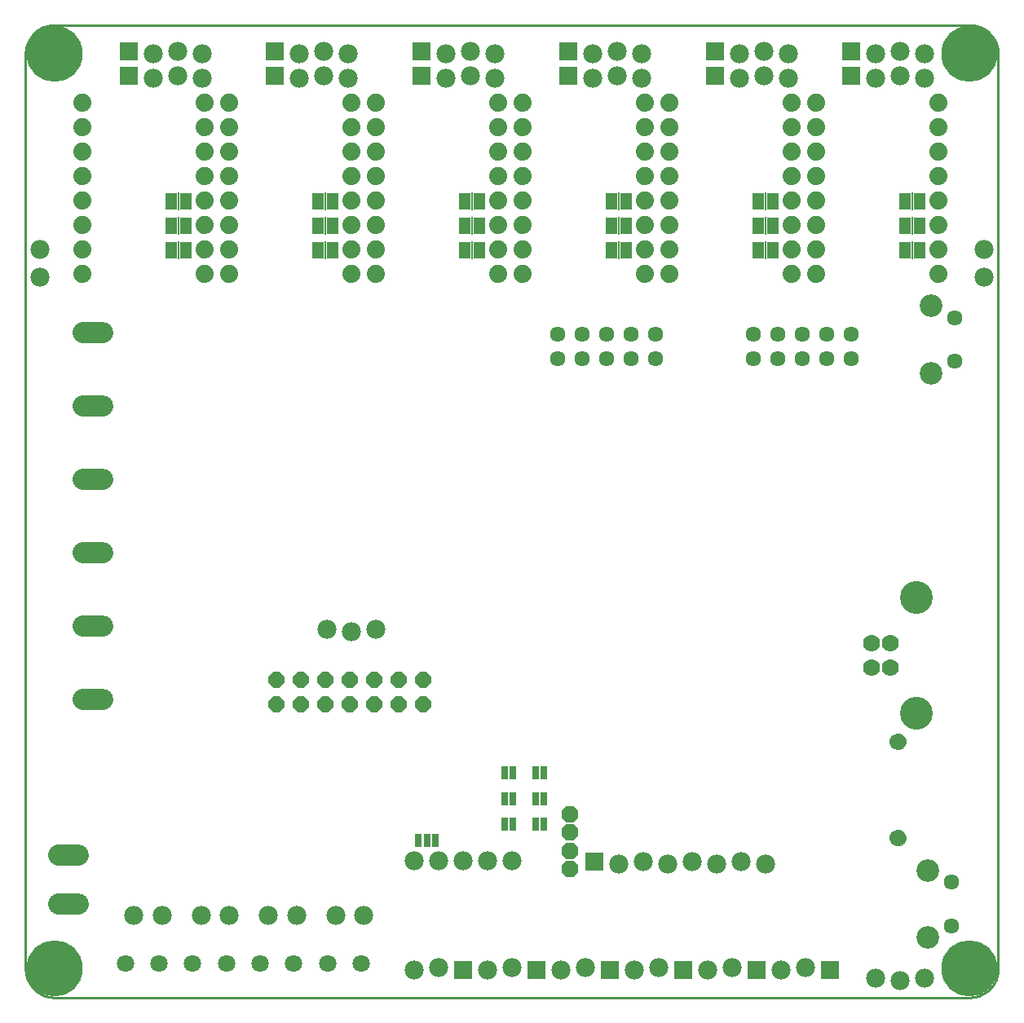
<source format=gbs>
G75*
G70*
%OFA0B0*%
%FSLAX24Y24*%
%IPPOS*%
%LPD*%
%AMOC8*
5,1,8,0,0,1.08239X$1,22.5*
%
%ADD10C,0.0100*%
%ADD11C,0.0700*%
%ADD12C,0.1340*%
%ADD13R,0.0290X0.0540*%
%ADD14C,0.0634*%
%ADD15C,0.0926*%
%ADD16C,0.0780*%
%ADD17C,0.0000*%
%ADD18C,0.0670*%
%ADD19R,0.0780X0.0780*%
%ADD20C,0.0740*%
%ADD21R,0.0500X0.0670*%
%ADD22R,0.0060X0.0720*%
%ADD23C,0.0865*%
%ADD24OC8,0.0640*%
%ADD25OC8,0.0670*%
%ADD26C,0.0709*%
%ADD27C,0.2290*%
D10*
X002330Y001759D02*
X002330Y039160D01*
X002332Y039226D01*
X002337Y039292D01*
X002347Y039358D01*
X002360Y039423D01*
X002376Y039487D01*
X002396Y039550D01*
X002420Y039612D01*
X002447Y039672D01*
X002477Y039731D01*
X002511Y039788D01*
X002548Y039843D01*
X002588Y039896D01*
X002630Y039947D01*
X002676Y039995D01*
X002724Y040041D01*
X002775Y040083D01*
X002828Y040123D01*
X002883Y040160D01*
X002940Y040194D01*
X002999Y040224D01*
X003059Y040251D01*
X003121Y040275D01*
X003184Y040295D01*
X003248Y040311D01*
X003313Y040324D01*
X003379Y040334D01*
X003445Y040339D01*
X003511Y040341D01*
X040913Y040341D01*
X040979Y040339D01*
X041045Y040334D01*
X041111Y040324D01*
X041176Y040311D01*
X041240Y040295D01*
X041303Y040275D01*
X041365Y040251D01*
X041425Y040224D01*
X041484Y040194D01*
X041541Y040160D01*
X041596Y040123D01*
X041649Y040083D01*
X041700Y040041D01*
X041748Y039995D01*
X041794Y039947D01*
X041836Y039896D01*
X041876Y039843D01*
X041913Y039788D01*
X041947Y039731D01*
X041977Y039672D01*
X042004Y039612D01*
X042028Y039550D01*
X042048Y039487D01*
X042064Y039423D01*
X042077Y039358D01*
X042087Y039292D01*
X042092Y039226D01*
X042094Y039160D01*
X042094Y001759D01*
X042092Y001693D01*
X042087Y001627D01*
X042077Y001561D01*
X042064Y001496D01*
X042048Y001432D01*
X042028Y001369D01*
X042004Y001307D01*
X041977Y001247D01*
X041947Y001188D01*
X041913Y001131D01*
X041876Y001076D01*
X041836Y001023D01*
X041794Y000972D01*
X041748Y000924D01*
X041700Y000878D01*
X041649Y000836D01*
X041596Y000796D01*
X041541Y000759D01*
X041484Y000725D01*
X041425Y000695D01*
X041365Y000668D01*
X041303Y000644D01*
X041240Y000624D01*
X041176Y000608D01*
X041111Y000595D01*
X041045Y000585D01*
X040979Y000580D01*
X040913Y000578D01*
X003511Y000578D01*
X003445Y000580D01*
X003379Y000585D01*
X003313Y000595D01*
X003248Y000608D01*
X003184Y000624D01*
X003121Y000644D01*
X003059Y000668D01*
X002999Y000695D01*
X002940Y000725D01*
X002883Y000759D01*
X002828Y000796D01*
X002775Y000836D01*
X002724Y000878D01*
X002676Y000924D01*
X002630Y000972D01*
X002588Y001023D01*
X002548Y001076D01*
X002511Y001131D01*
X002477Y001188D01*
X002447Y001247D01*
X002420Y001307D01*
X002396Y001369D01*
X002376Y001432D01*
X002360Y001496D01*
X002347Y001561D01*
X002337Y001627D01*
X002332Y001693D01*
X002330Y001759D01*
D11*
X036913Y014079D03*
X037693Y014079D03*
X037693Y015063D03*
X036913Y015063D03*
D12*
X038763Y016941D03*
X038763Y012201D03*
D13*
X023508Y009776D03*
X023184Y009776D03*
X022248Y009776D03*
X021924Y009776D03*
X021924Y008713D03*
X022248Y008713D03*
X023184Y008713D03*
X023508Y008713D03*
X023508Y007650D03*
X023184Y007650D03*
X022248Y007650D03*
X021924Y007650D03*
X019093Y006997D03*
X018743Y006997D03*
X018393Y006997D03*
D14*
X024080Y026703D03*
X024080Y027703D03*
X025080Y027703D03*
X026080Y027703D03*
X026080Y026703D03*
X025080Y026703D03*
X027080Y026703D03*
X027080Y027703D03*
X028080Y027703D03*
X028080Y026703D03*
X032080Y026703D03*
X032080Y027703D03*
X033080Y027703D03*
X034080Y027703D03*
X034080Y026703D03*
X033080Y026703D03*
X035080Y026703D03*
X035080Y027703D03*
X036080Y027703D03*
X036080Y026703D03*
X040322Y026593D03*
X040322Y028364D03*
X040197Y005286D03*
X040197Y003514D03*
D15*
X039213Y003022D03*
X039213Y005778D03*
X039338Y026101D03*
X039338Y028857D03*
D16*
X041518Y030039D03*
X041518Y031179D03*
X039080Y038153D03*
X039080Y039153D03*
X038080Y039253D03*
X037080Y039153D03*
X037080Y038153D03*
X038080Y038253D03*
X033518Y038153D03*
X032518Y038253D03*
X031518Y038153D03*
X031518Y039153D03*
X032518Y039253D03*
X033518Y039153D03*
X027518Y039153D03*
X026518Y039253D03*
X025518Y039153D03*
X025518Y038153D03*
X026518Y038253D03*
X027518Y038153D03*
X021518Y038153D03*
X020518Y038253D03*
X020518Y039253D03*
X021518Y039153D03*
X019518Y039153D03*
X019518Y038153D03*
X015518Y038153D03*
X014518Y038253D03*
X013518Y038153D03*
X013518Y039153D03*
X014518Y039253D03*
X015518Y039153D03*
X009536Y039153D03*
X008536Y039253D03*
X008536Y038253D03*
X009536Y038153D03*
X007536Y038153D03*
X007536Y039153D03*
X002924Y031179D03*
X002924Y030039D03*
X014643Y015628D03*
X015643Y015528D03*
X016643Y015628D03*
X018208Y006150D03*
X019208Y006150D03*
X020208Y006150D03*
X021208Y006150D03*
X022208Y006150D03*
X026580Y006028D03*
X027580Y006128D03*
X028580Y006028D03*
X029580Y006128D03*
X030580Y006028D03*
X031580Y006128D03*
X032580Y006028D03*
X033204Y001684D03*
X034204Y001784D03*
X037080Y001378D03*
X038080Y001278D03*
X039080Y001378D03*
X031204Y001784D03*
X030204Y001684D03*
X028204Y001784D03*
X027204Y001684D03*
X025204Y001784D03*
X024204Y001684D03*
X022204Y001784D03*
X021204Y001684D03*
X019204Y001784D03*
X018204Y001684D03*
X016150Y003928D03*
X015010Y003928D03*
X013400Y003928D03*
X012260Y003928D03*
X010650Y003928D03*
X009510Y003928D03*
X007900Y003928D03*
X006760Y003928D03*
D17*
X037684Y007109D02*
X037686Y007144D01*
X037692Y007179D01*
X037702Y007213D01*
X037715Y007246D01*
X037732Y007277D01*
X037753Y007305D01*
X037776Y007332D01*
X037803Y007355D01*
X037831Y007376D01*
X037862Y007393D01*
X037895Y007406D01*
X037929Y007416D01*
X037964Y007422D01*
X037999Y007424D01*
X038034Y007422D01*
X038069Y007416D01*
X038103Y007406D01*
X038136Y007393D01*
X038167Y007376D01*
X038195Y007355D01*
X038222Y007332D01*
X038245Y007305D01*
X038266Y007277D01*
X038283Y007246D01*
X038296Y007213D01*
X038306Y007179D01*
X038312Y007144D01*
X038314Y007109D01*
X038312Y007074D01*
X038306Y007039D01*
X038296Y007005D01*
X038283Y006972D01*
X038266Y006941D01*
X038245Y006913D01*
X038222Y006886D01*
X038195Y006863D01*
X038167Y006842D01*
X038136Y006825D01*
X038103Y006812D01*
X038069Y006802D01*
X038034Y006796D01*
X037999Y006794D01*
X037964Y006796D01*
X037929Y006802D01*
X037895Y006812D01*
X037862Y006825D01*
X037831Y006842D01*
X037803Y006863D01*
X037776Y006886D01*
X037753Y006913D01*
X037732Y006941D01*
X037715Y006972D01*
X037702Y007005D01*
X037692Y007039D01*
X037686Y007074D01*
X037684Y007109D01*
X037684Y011046D02*
X037686Y011081D01*
X037692Y011116D01*
X037702Y011150D01*
X037715Y011183D01*
X037732Y011214D01*
X037753Y011242D01*
X037776Y011269D01*
X037803Y011292D01*
X037831Y011313D01*
X037862Y011330D01*
X037895Y011343D01*
X037929Y011353D01*
X037964Y011359D01*
X037999Y011361D01*
X038034Y011359D01*
X038069Y011353D01*
X038103Y011343D01*
X038136Y011330D01*
X038167Y011313D01*
X038195Y011292D01*
X038222Y011269D01*
X038245Y011242D01*
X038266Y011214D01*
X038283Y011183D01*
X038296Y011150D01*
X038306Y011116D01*
X038312Y011081D01*
X038314Y011046D01*
X038312Y011011D01*
X038306Y010976D01*
X038296Y010942D01*
X038283Y010909D01*
X038266Y010878D01*
X038245Y010850D01*
X038222Y010823D01*
X038195Y010800D01*
X038167Y010779D01*
X038136Y010762D01*
X038103Y010749D01*
X038069Y010739D01*
X038034Y010733D01*
X037999Y010731D01*
X037964Y010733D01*
X037929Y010739D01*
X037895Y010749D01*
X037862Y010762D01*
X037831Y010779D01*
X037803Y010800D01*
X037776Y010823D01*
X037753Y010850D01*
X037732Y010878D01*
X037715Y010909D01*
X037702Y010942D01*
X037692Y010976D01*
X037686Y011011D01*
X037684Y011046D01*
D18*
X037999Y011046D03*
X037999Y007109D03*
D19*
X035204Y001684D03*
X032204Y001684D03*
X029204Y001684D03*
X026204Y001684D03*
X023204Y001684D03*
X020204Y001684D03*
X025580Y006128D03*
X024518Y038253D03*
X024518Y039253D03*
X030518Y039253D03*
X030518Y038253D03*
X036080Y038253D03*
X036080Y039253D03*
X018518Y039253D03*
X018518Y038253D03*
X012518Y038253D03*
X012518Y039253D03*
X006536Y039253D03*
X006536Y038253D03*
D20*
X004661Y037159D03*
X004661Y036159D03*
X004661Y035159D03*
X004661Y034159D03*
X004661Y033159D03*
X004661Y032159D03*
X004661Y031159D03*
X004661Y030159D03*
X009661Y030159D03*
X009661Y031159D03*
X009661Y032159D03*
X010658Y032159D03*
X010658Y031159D03*
X010658Y030159D03*
X010658Y033159D03*
X010658Y034159D03*
X009661Y034159D03*
X009661Y033159D03*
X009661Y035159D03*
X009661Y036159D03*
X010658Y036159D03*
X010658Y035159D03*
X010658Y037159D03*
X009661Y037159D03*
X015658Y037159D03*
X016658Y037159D03*
X016658Y036159D03*
X015658Y036159D03*
X015658Y035159D03*
X016658Y035159D03*
X016658Y034159D03*
X015658Y034159D03*
X015658Y033159D03*
X016658Y033159D03*
X016658Y032159D03*
X015658Y032159D03*
X015658Y031159D03*
X016658Y031159D03*
X016658Y030159D03*
X015658Y030159D03*
X021658Y030159D03*
X021658Y031159D03*
X021658Y032159D03*
X021658Y033159D03*
X021658Y034159D03*
X021658Y035159D03*
X021658Y036159D03*
X021658Y037159D03*
X022658Y037159D03*
X022658Y036159D03*
X022658Y035159D03*
X022658Y034159D03*
X022658Y033159D03*
X022658Y032159D03*
X022658Y031159D03*
X022658Y030159D03*
X027658Y030159D03*
X027658Y031159D03*
X027658Y032159D03*
X028658Y032159D03*
X028658Y031159D03*
X028658Y030159D03*
X028658Y033159D03*
X028658Y034159D03*
X027658Y034159D03*
X027658Y033159D03*
X027658Y035159D03*
X027658Y036159D03*
X028658Y036159D03*
X028658Y035159D03*
X028658Y037159D03*
X027658Y037159D03*
X033658Y037159D03*
X034658Y037159D03*
X034658Y036159D03*
X034658Y035159D03*
X033658Y035159D03*
X033658Y036159D03*
X033658Y034159D03*
X033658Y033159D03*
X034658Y033159D03*
X034658Y034159D03*
X034658Y032159D03*
X034658Y031159D03*
X034658Y030159D03*
X033658Y030159D03*
X033658Y031159D03*
X033658Y032159D03*
X039658Y032159D03*
X039658Y031159D03*
X039658Y030159D03*
X039658Y033159D03*
X039658Y034159D03*
X039658Y035159D03*
X039658Y036159D03*
X039658Y037159D03*
D21*
X038880Y033140D03*
X038280Y033140D03*
X038280Y032140D03*
X038880Y032140D03*
X038880Y031140D03*
X038280Y031140D03*
X032880Y031140D03*
X032280Y031140D03*
X032280Y032140D03*
X032880Y032140D03*
X032880Y033140D03*
X032280Y033140D03*
X026880Y033140D03*
X026280Y033140D03*
X026280Y032140D03*
X026880Y032140D03*
X026880Y031140D03*
X026280Y031140D03*
X020880Y031140D03*
X020280Y031140D03*
X020280Y032140D03*
X020880Y032140D03*
X020880Y033140D03*
X020280Y033140D03*
X014880Y033140D03*
X014280Y033140D03*
X014280Y032140D03*
X014880Y032140D03*
X014880Y031140D03*
X014280Y031140D03*
X008880Y031140D03*
X008280Y031140D03*
X008280Y032140D03*
X008880Y032140D03*
X008880Y033140D03*
X008280Y033140D03*
D22*
X008580Y033140D03*
X008580Y032140D03*
X008580Y031140D03*
X014580Y031140D03*
X014580Y032140D03*
X014580Y033140D03*
X020580Y033140D03*
X020580Y032140D03*
X020580Y031140D03*
X026580Y031140D03*
X026580Y032140D03*
X026580Y033140D03*
X032580Y033140D03*
X032580Y032140D03*
X032580Y031140D03*
X038580Y031140D03*
X038580Y032140D03*
X038580Y033140D03*
D23*
X005493Y027778D02*
X004668Y027778D01*
X004668Y024778D02*
X005493Y024778D01*
X005493Y021778D02*
X004668Y021778D01*
X004668Y018778D02*
X005493Y018778D01*
X005493Y015778D02*
X004668Y015778D01*
X004668Y012778D02*
X005493Y012778D01*
X004493Y006390D02*
X003668Y006390D01*
X003668Y004390D02*
X004493Y004390D01*
D24*
X012580Y012578D03*
X013580Y012578D03*
X014580Y012578D03*
X014580Y013578D03*
X013580Y013578D03*
X012580Y013578D03*
X015580Y013578D03*
X016580Y013578D03*
X017580Y013578D03*
X018580Y013578D03*
X018580Y012578D03*
X017580Y012578D03*
X016580Y012578D03*
X015580Y012578D03*
D25*
X024580Y008078D03*
X024580Y007328D03*
X024580Y006578D03*
X024580Y005828D03*
D26*
X016053Y001968D03*
X014675Y001968D03*
X013297Y001968D03*
X011919Y001968D03*
X010541Y001968D03*
X009163Y001968D03*
X007785Y001968D03*
X006407Y001968D03*
D27*
X003511Y001759D03*
X040913Y001759D03*
X040913Y039160D03*
X003511Y039160D03*
M02*

</source>
